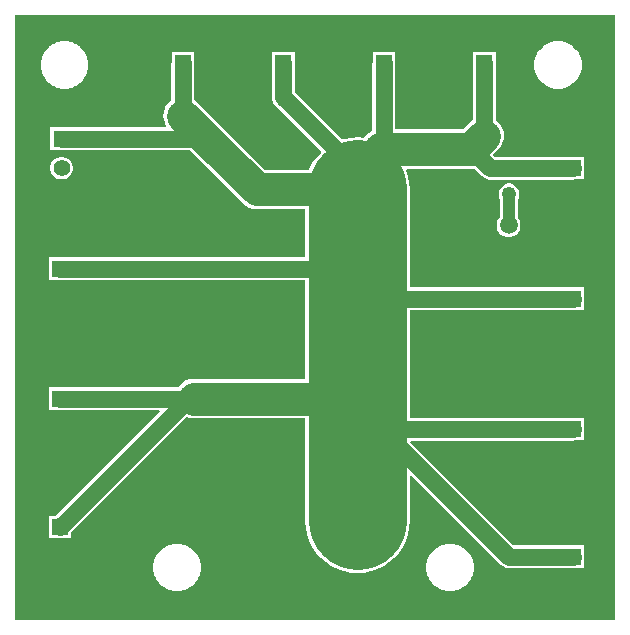
<source format=gtl>
G04*
G04 #@! TF.GenerationSoftware,Altium Limited,Altium Designer,24.3.1 (35)*
G04*
G04 Layer_Physical_Order=1*
G04 Layer_Color=255*
%FSLAX44Y44*%
%MOMM*%
G71*
G04*
G04 #@! TF.SameCoordinates,415FF187-5A5C-4AE5-99A9-351CB55277AC*
G04*
G04*
G04 #@! TF.FilePolarity,Positive*
G04*
G01*
G75*
%ADD11C,0.2540*%
%ADD21R,1.2500X1.2500*%
%ADD22C,1.2500*%
%ADD25C,1.0000*%
%ADD26C,8.3000*%
%ADD27C,1.4000*%
%ADD28C,2.8000*%
%ADD29C,3.9000*%
%ADD30C,1.4000*%
%ADD31R,1.4000X1.4000*%
%ADD32R,1.4000X1.4000*%
%ADD33C,1.5000*%
%ADD34O,1.3000X2.6000*%
%ADD35C,0.7000*%
G36*
X502920Y-5080D02*
X-5080D01*
Y506730D01*
X502920D01*
Y-5080D01*
D02*
G37*
%LPC*%
G36*
X456384Y484910D02*
X452936D01*
X452686Y484860D01*
X452431D01*
X449050Y484188D01*
X448815Y484090D01*
X448564Y484040D01*
X445380Y482721D01*
X445168Y482579D01*
X444932Y482482D01*
X442066Y480566D01*
X441885Y480386D01*
X441673Y480244D01*
X439236Y477807D01*
X439094Y477595D01*
X438913Y477414D01*
X436998Y474548D01*
X436901Y474313D01*
X436759Y474100D01*
X435440Y470916D01*
X435390Y470665D01*
X435293Y470430D01*
X434620Y467049D01*
Y466794D01*
X434570Y466544D01*
Y463096D01*
X434620Y462846D01*
Y462591D01*
X435293Y459210D01*
X435390Y458975D01*
X435440Y458724D01*
X436759Y455540D01*
X436901Y455327D01*
X436998Y455092D01*
X438913Y452226D01*
X439094Y452045D01*
X439236Y451833D01*
X441673Y449396D01*
X441885Y449254D01*
X442066Y449073D01*
X444932Y447158D01*
X445168Y447061D01*
X445380Y446919D01*
X448564Y445600D01*
X448815Y445550D01*
X449050Y445452D01*
X452431Y444780D01*
X452686D01*
X452936Y444730D01*
X456384D01*
X456634Y444780D01*
X456889D01*
X460270Y445452D01*
X460505Y445550D01*
X460756Y445600D01*
X463940Y446919D01*
X464152Y447061D01*
X464388Y447158D01*
X467254Y449073D01*
X467435Y449254D01*
X467647Y449396D01*
X470084Y451833D01*
X470226Y452045D01*
X470406Y452226D01*
X472322Y455092D01*
X472419Y455327D01*
X472561Y455540D01*
X473880Y458724D01*
X473930Y458974D01*
X474027Y459210D01*
X474700Y462591D01*
Y462846D01*
X474750Y463096D01*
Y466544D01*
X474700Y466794D01*
Y467049D01*
X474027Y470430D01*
X473930Y470665D01*
X473880Y470916D01*
X472561Y474100D01*
X472419Y474313D01*
X472322Y474548D01*
X470406Y477414D01*
X470226Y477595D01*
X470084Y477807D01*
X467647Y480244D01*
X467435Y480386D01*
X467254Y480566D01*
X464388Y482482D01*
X464152Y482579D01*
X463940Y482721D01*
X460756Y484040D01*
X460505Y484090D01*
X460270Y484188D01*
X456889Y484860D01*
X456634D01*
X456384Y484910D01*
D02*
G37*
G36*
X38554D02*
X35106D01*
X34856Y484860D01*
X34601D01*
X31220Y484188D01*
X30984Y484090D01*
X30734Y484040D01*
X27550Y482721D01*
X27338Y482579D01*
X27102Y482482D01*
X24236Y480566D01*
X24055Y480386D01*
X23843Y480244D01*
X21406Y477807D01*
X21264Y477595D01*
X21084Y477414D01*
X19168Y474548D01*
X19071Y474313D01*
X18929Y474100D01*
X17610Y470916D01*
X17560Y470665D01*
X17463Y470430D01*
X16790Y467049D01*
Y466794D01*
X16740Y466544D01*
Y463096D01*
X16790Y462846D01*
Y462591D01*
X17463Y459210D01*
X17560Y458975D01*
X17610Y458724D01*
X18929Y455540D01*
X19071Y455327D01*
X19168Y455092D01*
X21084Y452226D01*
X21264Y452045D01*
X21406Y451833D01*
X23843Y449396D01*
X24055Y449254D01*
X24236Y449073D01*
X27102Y447158D01*
X27338Y447061D01*
X27550Y446919D01*
X30734Y445600D01*
X30985Y445550D01*
X31220Y445452D01*
X34601Y444780D01*
X34856D01*
X35106Y444730D01*
X38554D01*
X38804Y444780D01*
X39059D01*
X42440Y445452D01*
X42675Y445550D01*
X42926Y445600D01*
X46110Y446919D01*
X46322Y447061D01*
X46558Y447158D01*
X49424Y449073D01*
X49605Y449254D01*
X49817Y449396D01*
X52254Y451833D01*
X52396Y452045D01*
X52576Y452226D01*
X54492Y455092D01*
X54589Y455327D01*
X54731Y455540D01*
X56050Y458724D01*
X56100Y458974D01*
X56198Y459210D01*
X56870Y462591D01*
Y462846D01*
X56920Y463096D01*
Y466544D01*
X56870Y466794D01*
Y467049D01*
X56198Y470430D01*
X56100Y470665D01*
X56050Y470916D01*
X54731Y474100D01*
X54589Y474313D01*
X54492Y474548D01*
X52576Y477414D01*
X52396Y477595D01*
X52254Y477807D01*
X49817Y480244D01*
X49605Y480386D01*
X49424Y480566D01*
X46558Y482482D01*
X46322Y482579D01*
X46110Y482721D01*
X42926Y484040D01*
X42675Y484090D01*
X42440Y484188D01*
X39059Y484860D01*
X38804D01*
X38554Y484910D01*
D02*
G37*
G36*
X392230Y475712D02*
X391605Y475630D01*
X382690D01*
Y466715D01*
X382608Y466090D01*
Y418430D01*
X380478Y416682D01*
X374116Y410320D01*
X316762D01*
Y466090D01*
X316680Y466715D01*
Y475630D01*
X307765D01*
X307140Y475712D01*
X306515Y475630D01*
X297600D01*
Y466715D01*
X297518Y466090D01*
Y409006D01*
X294736Y407519D01*
X292218Y405452D01*
X290360Y403188D01*
X284920Y403545D01*
X279159Y403167D01*
X273497Y402041D01*
X271735Y401443D01*
X231672Y441506D01*
Y466090D01*
X231590Y466715D01*
Y475630D01*
X222675D01*
X222050Y475712D01*
X221425Y475630D01*
X212510D01*
Y466715D01*
X212428Y466090D01*
Y437520D01*
X212756Y435030D01*
X213154Y434068D01*
X213717Y432709D01*
X215246Y430716D01*
X253925Y392037D01*
X253883Y390768D01*
X253712Y390618D01*
X249906Y386277D01*
X246698Y381477D01*
X244145Y376300D01*
X244053Y376030D01*
X206274D01*
X162247Y420057D01*
X148712Y433592D01*
X146582Y435340D01*
Y466090D01*
X146500Y466715D01*
Y475630D01*
X137585D01*
X136960Y475712D01*
X136335Y475630D01*
X127420D01*
Y466715D01*
X127338Y466090D01*
Y435340D01*
X125208Y433592D01*
X123141Y431074D01*
X121605Y428200D01*
X120659Y425082D01*
X120340Y421840D01*
X120659Y418598D01*
X121605Y415480D01*
X122780Y413282D01*
X122018Y412012D01*
X34290D01*
X33665Y411930D01*
X24750D01*
Y403015D01*
X24668Y402390D01*
X24750Y401765D01*
Y392850D01*
X33665D01*
X34290Y392768D01*
X142528D01*
X187638Y347658D01*
X190156Y345591D01*
X193030Y344055D01*
X196148Y343109D01*
X199390Y342790D01*
X240786D01*
Y301946D01*
X33020D01*
X32395Y301863D01*
X23480D01*
Y292949D01*
X23398Y292323D01*
X23480Y291698D01*
Y282783D01*
X32395D01*
X33020Y282701D01*
X240786D01*
Y274320D01*
Y198877D01*
X146050Y198877D01*
X142808Y198557D01*
X139690Y197612D01*
X136816Y196076D01*
X134298Y194009D01*
X132550Y191879D01*
X33020D01*
X32395Y191797D01*
X23480D01*
Y182882D01*
X23398Y182257D01*
X23480Y181631D01*
Y172717D01*
X32395D01*
X33020Y172634D01*
X116927D01*
X117413Y171461D01*
X28952Y83000D01*
X23480D01*
Y74085D01*
X23398Y73460D01*
X23480Y72835D01*
Y63920D01*
X32395D01*
X33020Y63838D01*
X33645Y63920D01*
X42560D01*
Y69392D01*
X139981Y166813D01*
X142808Y165956D01*
X146050Y165637D01*
X240786Y165637D01*
Y109220D01*
X240786Y78740D01*
X241163Y72979D01*
X242289Y67317D01*
X244145Y61850D01*
X246698Y56673D01*
X249906Y51873D01*
X253712Y47532D01*
X258053Y43726D01*
X262853Y40518D01*
X268030Y37965D01*
X273497Y36109D01*
X279159Y34983D01*
X284920Y34606D01*
X290681Y34983D01*
X296343Y36109D01*
X301810Y37965D01*
X306987Y40518D01*
X311787Y43726D01*
X316128Y47532D01*
X319934Y51873D01*
X323142Y56673D01*
X325695Y61851D01*
X327551Y67317D01*
X328677Y72979D01*
X329054Y78740D01*
X329054Y109220D01*
Y117128D01*
X330228Y117614D01*
X406186Y41656D01*
X408179Y40127D01*
X410499Y39166D01*
X412990Y38838D01*
X467360D01*
X467985Y38920D01*
X476900D01*
Y47835D01*
X476982Y48460D01*
X476900Y49085D01*
Y58000D01*
X467985D01*
X467360Y58082D01*
X416976D01*
X329540Y145518D01*
X330066Y146788D01*
X467360D01*
X467985Y146870D01*
X476900D01*
Y155785D01*
X476982Y156410D01*
X476900Y157035D01*
Y165950D01*
X467985D01*
X467360Y166032D01*
X329054D01*
Y176530D01*
Y257278D01*
X467360D01*
X467985Y257360D01*
X476900D01*
Y266275D01*
X476982Y266900D01*
X476900Y267525D01*
Y276440D01*
X467985D01*
X467360Y276522D01*
X329054D01*
Y359410D01*
X328677Y365171D01*
X327551Y370833D01*
X325861Y375810D01*
X326571Y377080D01*
X381000D01*
X381000Y377080D01*
X383742Y377350D01*
X390506Y370586D01*
X392499Y369057D01*
X394820Y368096D01*
X397310Y367768D01*
X467360D01*
X467985Y367850D01*
X476900D01*
Y376765D01*
X476982Y377390D01*
X476900Y378015D01*
Y386930D01*
X467985D01*
X467360Y387012D01*
X401296D01*
X399556Y388752D01*
X403982Y393178D01*
X406049Y395696D01*
X407585Y398570D01*
X408531Y401688D01*
X408850Y404930D01*
X408531Y408172D01*
X407585Y411290D01*
X406049Y414164D01*
X403982Y416682D01*
X401852Y418430D01*
Y466090D01*
X401770Y466715D01*
Y475630D01*
X392855D01*
X392230Y475712D01*
D02*
G37*
G36*
X35546Y386930D02*
X33034D01*
X30608Y386280D01*
X28432Y385024D01*
X26656Y383248D01*
X25400Y381072D01*
X24750Y378646D01*
Y376134D01*
X25400Y373708D01*
X26656Y371532D01*
X28432Y369756D01*
X30608Y368500D01*
X33034Y367850D01*
X35546D01*
X37972Y368500D01*
X40148Y369756D01*
X41924Y371532D01*
X43180Y373708D01*
X43830Y376134D01*
Y378646D01*
X43180Y381072D01*
X41924Y383248D01*
X40148Y385024D01*
X37972Y386280D01*
X35546Y386930D01*
D02*
G37*
G36*
X414377Y364390D02*
X412063D01*
X409827Y363791D01*
X407823Y362634D01*
X406186Y360997D01*
X405029Y358993D01*
X404430Y356757D01*
Y354443D01*
X405029Y352207D01*
X405380Y351599D01*
Y335759D01*
X404716Y335095D01*
X403394Y332805D01*
X402710Y330252D01*
Y327608D01*
X403394Y325055D01*
X404716Y322765D01*
X406585Y320896D01*
X408875Y319574D01*
X411428Y318890D01*
X414072D01*
X416625Y319574D01*
X418915Y320896D01*
X420784Y322765D01*
X422106Y325055D01*
X422790Y327608D01*
Y330252D01*
X422106Y332805D01*
X420784Y335095D01*
X420590Y335289D01*
Y350785D01*
X421411Y352207D01*
X422010Y354443D01*
Y356757D01*
X421411Y358993D01*
X420254Y360997D01*
X418617Y362634D01*
X416613Y363791D01*
X414377Y364390D01*
D02*
G37*
G36*
X364944Y59460D02*
X361496D01*
X361246Y59410D01*
X360991D01*
X357610Y58738D01*
X357374Y58640D01*
X357124Y58590D01*
X353940Y57271D01*
X353727Y57129D01*
X353492Y57032D01*
X350626Y55116D01*
X350445Y54936D01*
X350233Y54794D01*
X347796Y52357D01*
X347654Y52145D01*
X347473Y51964D01*
X345558Y49098D01*
X345461Y48863D01*
X345319Y48650D01*
X344000Y45466D01*
X343950Y45215D01*
X343853Y44980D01*
X343180Y41599D01*
Y41344D01*
X343130Y41094D01*
Y37646D01*
X343180Y37396D01*
Y37141D01*
X343853Y33760D01*
X343950Y33525D01*
X344000Y33274D01*
X345319Y30090D01*
X345461Y29878D01*
X345558Y29642D01*
X347473Y26776D01*
X347654Y26595D01*
X347796Y26383D01*
X350233Y23946D01*
X350445Y23804D01*
X350626Y23623D01*
X353492Y21708D01*
X353727Y21611D01*
X353940Y21469D01*
X357124Y20150D01*
X357375Y20100D01*
X357610Y20003D01*
X360991Y19330D01*
X361246D01*
X361496Y19280D01*
X364944D01*
X365194Y19330D01*
X365449D01*
X368830Y20003D01*
X369065Y20100D01*
X369316Y20150D01*
X372500Y21469D01*
X372713Y21611D01*
X372948Y21708D01*
X375814Y23623D01*
X375995Y23804D01*
X376207Y23946D01*
X378644Y26383D01*
X378786Y26595D01*
X378966Y26776D01*
X380882Y29642D01*
X380979Y29878D01*
X381121Y30090D01*
X382440Y33274D01*
X382490Y33524D01*
X382588Y33760D01*
X383260Y37141D01*
Y37396D01*
X383310Y37646D01*
Y41094D01*
X383260Y41344D01*
Y41599D01*
X382588Y44980D01*
X382490Y45215D01*
X382440Y45466D01*
X381121Y48650D01*
X380979Y48863D01*
X380882Y49098D01*
X378966Y51964D01*
X378786Y52145D01*
X378644Y52357D01*
X376207Y54794D01*
X375995Y54936D01*
X375814Y55116D01*
X372948Y57032D01*
X372713Y57129D01*
X372500Y57271D01*
X369316Y58590D01*
X369066Y58640D01*
X368830Y58738D01*
X365449Y59410D01*
X365194D01*
X364944Y59460D01*
D02*
G37*
G36*
X133804D02*
X130356D01*
X130106Y59410D01*
X129851D01*
X126470Y58738D01*
X126235Y58640D01*
X125984Y58590D01*
X122800Y57271D01*
X122587Y57129D01*
X122352Y57032D01*
X119486Y55116D01*
X119305Y54936D01*
X119093Y54794D01*
X116656Y52357D01*
X116514Y52145D01*
X116334Y51964D01*
X114418Y49098D01*
X114321Y48863D01*
X114179Y48650D01*
X112860Y45466D01*
X112810Y45215D01*
X112712Y44980D01*
X112040Y41599D01*
Y41344D01*
X111990Y41094D01*
Y37646D01*
X112040Y37396D01*
Y37141D01*
X112712Y33760D01*
X112810Y33525D01*
X112860Y33274D01*
X114179Y30090D01*
X114321Y29878D01*
X114418Y29642D01*
X116334Y26776D01*
X116514Y26595D01*
X116656Y26383D01*
X119093Y23946D01*
X119305Y23804D01*
X119486Y23623D01*
X122352Y21708D01*
X122587Y21611D01*
X122800Y21469D01*
X125984Y20150D01*
X126235Y20100D01*
X126470Y20003D01*
X129851Y19330D01*
X130106D01*
X130356Y19280D01*
X133804D01*
X134054Y19330D01*
X134309D01*
X137690Y20003D01*
X137925Y20100D01*
X138176Y20150D01*
X141360Y21469D01*
X141573Y21611D01*
X141808Y21708D01*
X144674Y23623D01*
X144855Y23804D01*
X145067Y23946D01*
X147504Y26383D01*
X147646Y26595D01*
X147826Y26776D01*
X149742Y29642D01*
X149839Y29878D01*
X149981Y30090D01*
X151300Y33274D01*
X151350Y33524D01*
X151447Y33760D01*
X152120Y37141D01*
Y37396D01*
X152170Y37646D01*
Y41094D01*
X152120Y41344D01*
Y41599D01*
X151447Y44980D01*
X151350Y45215D01*
X151300Y45466D01*
X149981Y48650D01*
X149839Y48863D01*
X149742Y49098D01*
X147826Y51964D01*
X147646Y52145D01*
X147504Y52357D01*
X145067Y54794D01*
X144855Y54936D01*
X144674Y55116D01*
X141808Y57032D01*
X141573Y57129D01*
X141360Y57271D01*
X138176Y58590D01*
X137926Y58640D01*
X137690Y58738D01*
X134309Y59410D01*
X134054D01*
X133804Y59460D01*
D02*
G37*
%LPD*%
D11*
X412985Y355365D02*
X413220Y355600D01*
X412750Y328930D02*
X412985Y329165D01*
X284920Y176530D02*
X305040Y156410D01*
X146050Y182257D02*
X146050Y182257D01*
X141817D02*
X146050D01*
X144580Y402390D02*
X150495Y408305D01*
X284920Y274320D02*
X292340Y266900D01*
X266917Y292323D02*
X284920Y274320D01*
Y377190D02*
X303970Y396240D01*
D21*
X313220Y355600D02*
D03*
D22*
X413220D02*
D03*
D25*
X412985Y329165D02*
Y355365D01*
D26*
X284920Y109220D02*
Y176530D01*
Y109220D02*
X284920Y78740D01*
X284920Y176530D02*
Y274320D01*
Y359410D01*
D27*
X305040Y156410D02*
X467360D01*
X305040D02*
X412990Y48460D01*
X467360D01*
X303970Y396240D02*
X307140Y399410D01*
Y396870D02*
Y399410D01*
X33020Y182257D02*
X146050D01*
X33020Y73460D02*
X141817Y182257D01*
X307140Y399410D02*
Y466090D01*
X381000Y393700D02*
X397310Y377390D01*
X467360D01*
X34290Y402390D02*
X144580D01*
X136960Y421840D02*
Y466090D01*
X292340Y266900D02*
X467360D01*
X33020Y292323D02*
X266917D01*
X222050Y437520D02*
X284920Y374650D01*
X222050Y437520D02*
Y466090D01*
X392230Y404930D02*
Y466090D01*
D28*
X146050Y182257D02*
X279193Y182257D01*
X150495Y408305D02*
X199390Y359410D01*
X136960Y421840D02*
X150495Y408305D01*
X199390Y359410D02*
X284920D01*
X303970Y393700D02*
X381000D01*
X392230Y404930D01*
D29*
X284920Y78740D02*
D03*
X212920D02*
D03*
D30*
X33020Y48460D02*
D03*
Y157257D02*
D03*
X467360Y73460D02*
D03*
Y181410D02*
D03*
Y291900D02*
D03*
Y402390D02*
D03*
X367230Y466090D02*
D03*
X282140D02*
D03*
X197050D02*
D03*
X111960D02*
D03*
X34290Y377390D02*
D03*
X33020Y267323D02*
D03*
D31*
Y182257D02*
D03*
X467360Y48460D02*
D03*
Y156410D02*
D03*
Y266900D02*
D03*
Y377390D02*
D03*
X34290Y402390D02*
D03*
X33020Y292323D02*
D03*
Y73460D02*
D03*
D32*
X392230Y466090D02*
D03*
X307140D02*
D03*
X222050D02*
D03*
X136960D02*
D03*
D33*
X412750Y328930D02*
D03*
Y303530D02*
D03*
D34*
X181420Y18740D02*
D03*
X316420D02*
D03*
D35*
X307340Y139700D02*
D03*
X283210D02*
D03*
X261620D02*
D03*
Y125730D02*
D03*
X283210D02*
D03*
X307340Y124460D02*
D03*
Y109220D02*
D03*
X283210D02*
D03*
X261620D02*
D03*
M02*

</source>
